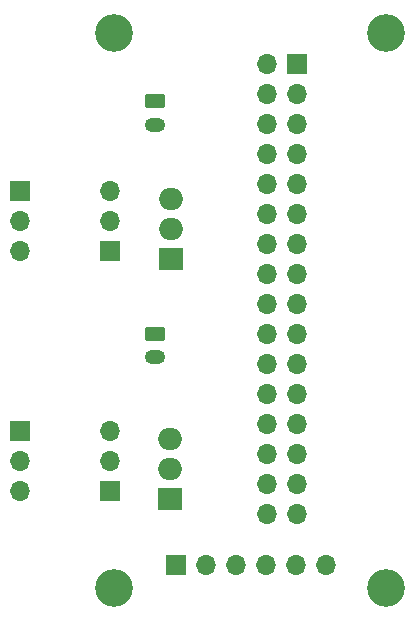
<source format=gbr>
%TF.GenerationSoftware,KiCad,Pcbnew,(6.0.9)*%
%TF.CreationDate,2023-01-09T19:40:24-09:00*%
%TF.ProjectId,ABSIS_ALE_Relay_Module,41425349-535f-4414-9c45-5f52656c6179,1*%
%TF.SameCoordinates,Original*%
%TF.FileFunction,Soldermask,Bot*%
%TF.FilePolarity,Negative*%
%FSLAX46Y46*%
G04 Gerber Fmt 4.6, Leading zero omitted, Abs format (unit mm)*
G04 Created by KiCad (PCBNEW (6.0.9)) date 2023-01-09 19:40:24*
%MOMM*%
%LPD*%
G01*
G04 APERTURE LIST*
G04 Aperture macros list*
%AMRoundRect*
0 Rectangle with rounded corners*
0 $1 Rounding radius*
0 $2 $3 $4 $5 $6 $7 $8 $9 X,Y pos of 4 corners*
0 Add a 4 corners polygon primitive as box body*
4,1,4,$2,$3,$4,$5,$6,$7,$8,$9,$2,$3,0*
0 Add four circle primitives for the rounded corners*
1,1,$1+$1,$2,$3*
1,1,$1+$1,$4,$5*
1,1,$1+$1,$6,$7*
1,1,$1+$1,$8,$9*
0 Add four rect primitives between the rounded corners*
20,1,$1+$1,$2,$3,$4,$5,0*
20,1,$1+$1,$4,$5,$6,$7,0*
20,1,$1+$1,$6,$7,$8,$9,0*
20,1,$1+$1,$8,$9,$2,$3,0*%
G04 Aperture macros list end*
%ADD10R,1.700000X1.700000*%
%ADD11O,1.700000X1.700000*%
%ADD12C,3.200000*%
%ADD13RoundRect,0.249999X-0.625001X0.350001X-0.625001X-0.350001X0.625001X-0.350001X0.625001X0.350001X0*%
%ADD14O,1.750000X1.200000*%
%ADD15R,2.000000X1.905000*%
%ADD16O,2.000000X1.905000*%
G04 APERTURE END LIST*
D10*
%TO.C,J2*%
X16200000Y4000000D03*
D11*
X18740000Y4000000D03*
X21280000Y4000000D03*
X23820000Y4000000D03*
X26360000Y4000000D03*
X28900000Y4000000D03*
%TD*%
D12*
%TO.C,H2*%
X34000000Y49000000D03*
%TD*%
%TO.C,H3*%
X11000000Y2000000D03*
%TD*%
%TO.C,H4*%
X34000000Y2000000D03*
%TD*%
%TO.C,H1*%
X11000000Y49000000D03*
%TD*%
D10*
%TO.C,J1*%
X26500000Y46400000D03*
D11*
X23960000Y46400000D03*
X26500000Y43860000D03*
X23960000Y43860000D03*
X26500000Y41320000D03*
X23960000Y41320000D03*
X26500000Y38780000D03*
X23960000Y38780000D03*
X26500000Y36240000D03*
X23960000Y36240000D03*
X26500000Y33700000D03*
X23960000Y33700000D03*
X26500000Y31160000D03*
X23960000Y31160000D03*
X26500000Y28620000D03*
X23960000Y28620000D03*
X26500000Y26080000D03*
X23960000Y26080000D03*
X26500000Y23540000D03*
X23960000Y23540000D03*
X26500000Y21000000D03*
X23960000Y21000000D03*
X26500000Y18460000D03*
X23960000Y18460000D03*
X26500000Y15920000D03*
X23960000Y15920000D03*
X26500000Y13380000D03*
X23960000Y13380000D03*
X26500000Y10840000D03*
X23960000Y10840000D03*
X26500000Y8300000D03*
X23960000Y8300000D03*
%TD*%
D13*
%TO.C,J3*%
X14435000Y43225000D03*
D14*
X14435000Y41225000D03*
%TD*%
D13*
%TO.C,J4*%
X14435000Y23540000D03*
D14*
X14435000Y21540000D03*
%TD*%
D15*
%TO.C,Q1*%
X15832000Y29890000D03*
D16*
X15832000Y32430000D03*
X15832000Y34970000D03*
%TD*%
D15*
%TO.C,Q4*%
X15705000Y9570000D03*
D16*
X15705000Y12110000D03*
X15705000Y14650000D03*
%TD*%
D10*
%TO.C,JP1*%
X10625000Y30525000D03*
D11*
X10625000Y33065000D03*
X10625000Y35605000D03*
%TD*%
D10*
%TO.C,JP2*%
X3005000Y35605000D03*
D11*
X3005000Y33065000D03*
X3005000Y30525000D03*
%TD*%
D10*
%TO.C,JP5*%
X3005000Y15285000D03*
D11*
X3005000Y12745000D03*
X3005000Y10205000D03*
%TD*%
D10*
%TO.C,JP4*%
X10625000Y10205000D03*
D11*
X10625000Y12745000D03*
X10625000Y15285000D03*
%TD*%
M02*

</source>
